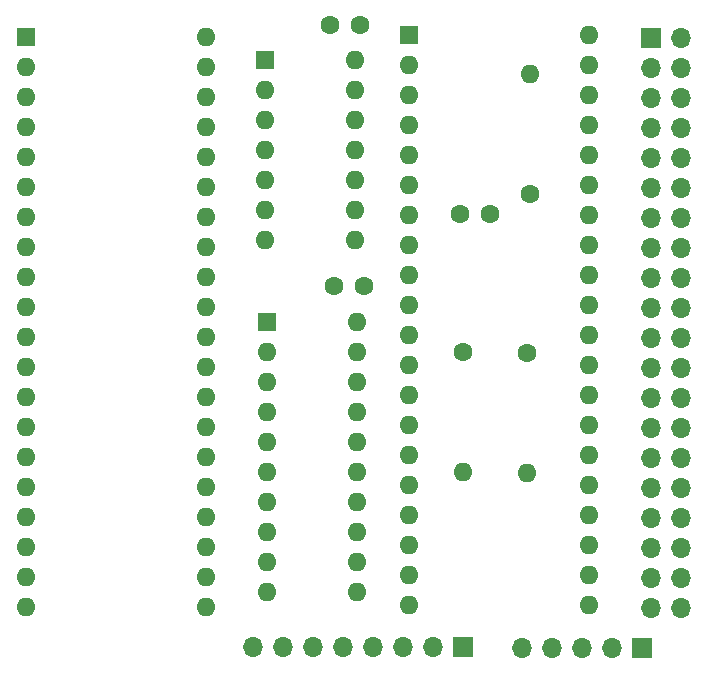
<source format=gbs>
G04 #@! TF.GenerationSoftware,KiCad,Pcbnew,(6.0.4-0)*
G04 #@! TF.CreationDate,2022-12-18T15:52:34+09:00*
G04 #@! TF.ProjectId,MC6803EP-SBC6809E,4d433638-3033-4455-902d-534243363830,rev?*
G04 #@! TF.SameCoordinates,Original*
G04 #@! TF.FileFunction,Soldermask,Bot*
G04 #@! TF.FilePolarity,Negative*
%FSLAX46Y46*%
G04 Gerber Fmt 4.6, Leading zero omitted, Abs format (unit mm)*
G04 Created by KiCad (PCBNEW (6.0.4-0)) date 2022-12-18 15:52:34*
%MOMM*%
%LPD*%
G01*
G04 APERTURE LIST*
%ADD10R,1.600000X1.600000*%
%ADD11O,1.600000X1.600000*%
%ADD12R,1.700000X1.700000*%
%ADD13O,1.700000X1.700000*%
%ADD14C,1.600000*%
G04 APERTURE END LIST*
D10*
X129900000Y-97400000D03*
D11*
X129900000Y-99940000D03*
X129900000Y-102480000D03*
X129900000Y-105020000D03*
X129900000Y-107560000D03*
X129900000Y-110100000D03*
X129900000Y-112640000D03*
X129900000Y-115180000D03*
X129900000Y-117720000D03*
X129900000Y-120260000D03*
X137520000Y-120260000D03*
X137520000Y-117720000D03*
X137520000Y-115180000D03*
X137520000Y-112640000D03*
X137520000Y-110100000D03*
X137520000Y-107560000D03*
X137520000Y-105020000D03*
X137520000Y-102480000D03*
X137520000Y-99940000D03*
X137520000Y-97400000D03*
D10*
X141875000Y-73125000D03*
D11*
X141875000Y-75665000D03*
X141875000Y-78205000D03*
X141875000Y-80745000D03*
X141875000Y-83285000D03*
X141875000Y-85825000D03*
X141875000Y-88365000D03*
X141875000Y-90905000D03*
X141875000Y-93445000D03*
X141875000Y-95985000D03*
X141875000Y-98525000D03*
X141875000Y-101065000D03*
X141875000Y-103605000D03*
X141875000Y-106145000D03*
X141875000Y-108685000D03*
X141875000Y-111225000D03*
X141875000Y-113765000D03*
X141875000Y-116305000D03*
X141875000Y-118845000D03*
X141875000Y-121385000D03*
X157115000Y-121385000D03*
X157115000Y-118845000D03*
X157115000Y-116305000D03*
X157115000Y-113765000D03*
X157115000Y-111225000D03*
X157115000Y-108685000D03*
X157115000Y-106145000D03*
X157115000Y-103605000D03*
X157115000Y-101065000D03*
X157115000Y-98525000D03*
X157115000Y-95985000D03*
X157115000Y-93445000D03*
X157115000Y-90905000D03*
X157115000Y-88365000D03*
X157115000Y-85825000D03*
X157115000Y-83285000D03*
X157115000Y-80745000D03*
X157115000Y-78205000D03*
X157115000Y-75665000D03*
X157115000Y-73125000D03*
D10*
X129750000Y-75250000D03*
D11*
X129750000Y-77790000D03*
X129750000Y-80330000D03*
X129750000Y-82870000D03*
X129750000Y-85410000D03*
X129750000Y-87950000D03*
X129750000Y-90490000D03*
X137370000Y-90490000D03*
X137370000Y-87950000D03*
X137370000Y-85410000D03*
X137370000Y-82870000D03*
X137370000Y-80330000D03*
X137370000Y-77790000D03*
X137370000Y-75250000D03*
D10*
X109500000Y-73250000D03*
D11*
X109500000Y-75790000D03*
X109500000Y-78330000D03*
X109500000Y-80870000D03*
X109500000Y-83410000D03*
X109500000Y-85950000D03*
X109500000Y-88490000D03*
X109500000Y-91030000D03*
X109500000Y-93570000D03*
X109500000Y-96110000D03*
X109500000Y-98650000D03*
X109500000Y-101190000D03*
X109500000Y-103730000D03*
X109500000Y-106270000D03*
X109500000Y-108810000D03*
X109500000Y-111350000D03*
X109500000Y-113890000D03*
X109500000Y-116430000D03*
X109500000Y-118970000D03*
X109500000Y-121510000D03*
X124740000Y-121510000D03*
X124740000Y-118970000D03*
X124740000Y-116430000D03*
X124740000Y-113890000D03*
X124740000Y-111350000D03*
X124740000Y-108810000D03*
X124740000Y-106270000D03*
X124740000Y-103730000D03*
X124740000Y-101190000D03*
X124740000Y-98650000D03*
X124740000Y-96110000D03*
X124740000Y-93570000D03*
X124740000Y-91030000D03*
X124740000Y-88490000D03*
X124740000Y-85950000D03*
X124740000Y-83410000D03*
X124740000Y-80870000D03*
X124740000Y-78330000D03*
X124740000Y-75790000D03*
X124740000Y-73250000D03*
D12*
X146475000Y-124925000D03*
D13*
X143935000Y-124925000D03*
X141395000Y-124925000D03*
X138855000Y-124925000D03*
X136315000Y-124925000D03*
X133775000Y-124925000D03*
X131235000Y-124925000D03*
X128695000Y-124925000D03*
D14*
X146250000Y-88250000D03*
X148750000Y-88250000D03*
X138050000Y-94400000D03*
X135550000Y-94400000D03*
X137750000Y-72250000D03*
X135250000Y-72250000D03*
D12*
X162350000Y-73375000D03*
D13*
X164890000Y-73375000D03*
X162350000Y-75915000D03*
X164890000Y-75915000D03*
X162350000Y-78455000D03*
X164890000Y-78455000D03*
X162350000Y-80995000D03*
X164890000Y-80995000D03*
X162350000Y-83535000D03*
X164890000Y-83535000D03*
X162350000Y-86075000D03*
X164890000Y-86075000D03*
X162350000Y-88615000D03*
X164890000Y-88615000D03*
X162350000Y-91155000D03*
X164890000Y-91155000D03*
X162350000Y-93695000D03*
X164890000Y-93695000D03*
X162350000Y-96235000D03*
X164890000Y-96235000D03*
X162350000Y-98775000D03*
X164890000Y-98775000D03*
X162350000Y-101315000D03*
X164890000Y-101315000D03*
X162350000Y-103855000D03*
X164890000Y-103855000D03*
X162350000Y-106395000D03*
X164890000Y-106395000D03*
X162350000Y-108935000D03*
X164890000Y-108935000D03*
X162350000Y-111475000D03*
X164890000Y-111475000D03*
X162350000Y-114015000D03*
X164890000Y-114015000D03*
X162350000Y-116555000D03*
X164890000Y-116555000D03*
X162350000Y-119095000D03*
X164890000Y-119095000D03*
X162350000Y-121635000D03*
X164890000Y-121635000D03*
D14*
X151910000Y-100000000D03*
D11*
X151910000Y-110160000D03*
D14*
X152150000Y-86580000D03*
D11*
X152150000Y-76420000D03*
D14*
X146500000Y-99920000D03*
D11*
X146500000Y-110080000D03*
D12*
X161600000Y-125000000D03*
D13*
X159060000Y-125000000D03*
X156520000Y-125000000D03*
X153980000Y-125000000D03*
X151440000Y-125000000D03*
M02*

</source>
